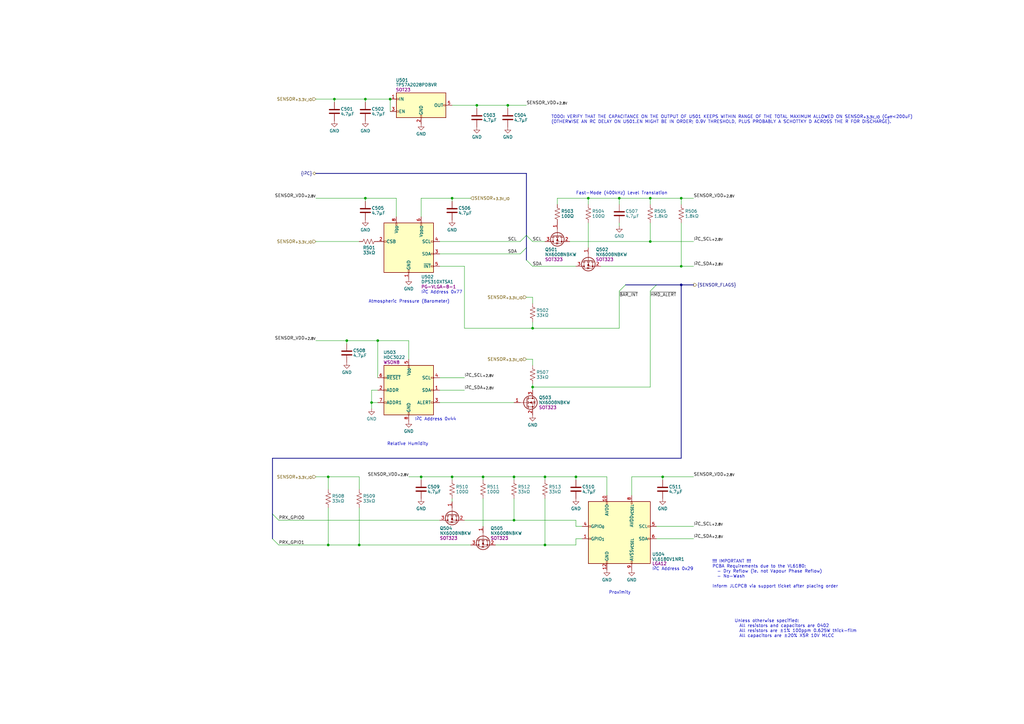
<source format=kicad_sch>
(kicad_sch (version 20230121) (generator eeschema)
  (paper "A3")
  (title_block (title "MSF Owl Clock - Environmental Sensors") (rev "0.1") (company "Pete Restall <pete@restall.net>"))
  (lib_symbols
    (symbol "NX6008NBKW_1" (pin_names (offset 0) hide)
      (property "Reference" "Q" (at 5.08 0.762 0))
      (property "Value" "NX6008NBKW" (at 5.08 -1.27 0))
      (property "Package" "SOT323" (at 5.08 -3.302 0))
      (symbol "NX6008NBKW_1_0_1"
        (polyline (pts (xy 0.254 0) (xy -2.54 0)))
        (polyline (pts (xy 0.254 1.905) (xy 0.254 -1.905)) (stroke (width 0.254)))
        (polyline (pts (xy 0.762 -1.27) (xy 0.762 -2.286)) (stroke (width 0.254)))
        (polyline (pts (xy 0.762 0.508) (xy 0.762 -0.508)) (stroke (width 0.254)))
        (polyline (pts (xy 0.762 2.286) (xy 0.762 1.27)) (stroke (width 0.254)))
        (polyline (pts (xy 2.54 2.54) (xy 2.54 1.778)))
        (polyline (pts (xy 2.54 -2.54) (xy 2.54 0) (xy 0.762 0)))
        (polyline (pts (xy 0.762 1.778) (xy 3.302 1.778) (xy 3.302 -1.778) (xy 0.762 -1.778)))
        (polyline (pts (xy 1.27 0) (xy 2.286 0.381) (xy 2.286 -0.381) (xy 1.27 0)) (fill (type outline)))
        (polyline (pts (xy 3.302 0.381) (xy 3.683 -0.254) (xy 2.921 -0.254) (xy 3.302 0.381)))
        (polyline (pts (xy 3.81 0.508) (xy 3.683 0.381) (xy 2.921 0.381) (xy 2.794 0.254)))
        (circle (center 1.651 0) (radius 2.794) (stroke (width 0.254)))
        (circle (center 2.54 -1.778) (radius 0.254) (fill (type outline)))
        (circle (center 2.54 1.778) (radius 0.254) (fill (type outline)))
      )
      (symbol "NX6008NBKW_1_1_1"
        (pin input line (at -5.08 0 0) (length 2.54) (name "G") (number "1"))
        (pin passive line (at 2.54 -5.08 90) (length 2.54) (name "S") (number "2"))
        (pin passive line (at 2.54 5.08 270) (length 2.54) (name "D") (number "3"))
      )
    )
    (symbol "restall-generic-capacitors:capacitor-unpolarised" (pin_numbers hide) (pin_names (offset 0.254))
      (property "Reference" "C" (at 3.302 2.54 0))
      (property "Value" "capacitor-unpolarised" (at 3.302 0.762 0))
      (symbol "capacitor-unpolarised_0_1"
        (polyline (pts (xy -2.032 -0.762) (xy 2.032 -0.762)) (stroke (width 0.508)))
        (polyline (pts (xy -2.032 0.762) (xy 2.032 0.762)) (stroke (width 0.508)))
      )
      (symbol "capacitor-unpolarised_1_1"
        (pin passive line (at 0 3.81 270) (length 2.794) (name "~") (number "1"))
        (pin passive line (at 0 -3.81 90) (length 2.794) (name "~") (number "2"))
      )
    )
    (symbol "restall-generic-power:GND" (power) (pin_names (offset 0))
      (property "Value" "GND" (at 0 -3.81 0))
      (symbol "GND_0_1"
        (polyline (pts (xy 0 0) (xy 0 -1.27) (xy 1.27 -1.27) (xy 0 -2.54) (xy -1.27 -1.27) (xy 0 -1.27)))
      )
      (symbol "GND_1_1"
        (pin power_in line (at 0 0 270) (length 0) hide (name "GND") (number "1"))
      )
    )
    (symbol "restall-generic-resistors:resistor" (pin_numbers hide) (pin_names (offset 0))
      (property "Reference" "R" (at 1.778 2.032 0))
      (property "Value" "resistor" (at 1.778 0.508 0))
      (symbol "resistor_0_1"
        (polyline (pts (xy 0 -2.286) (xy 0 -2.54)))
        (polyline (pts (xy 0 2.286) (xy 0 2.54)))
        (polyline (pts (xy 0 -0.762) (xy 1.016 -1.143) (xy 0 -1.524) (xy -1.016 -1.905) (xy 0 -2.286)))
        (polyline (pts (xy 0 0.762) (xy 1.016 0.381) (xy 0 0) (xy -1.016 -0.381) (xy 0 -0.762)))
        (polyline (pts (xy 0 2.286) (xy 1.016 1.905) (xy 0 1.524) (xy -1.016 1.143) (xy 0 0.762)))
      )
      (symbol "resistor_1_1"
        (pin passive line (at 0 3.81 270) (length 1.27) (name "~") (number "1"))
        (pin passive line (at 0 -3.81 90) (length 1.27) (name "~") (number "2"))
      )
    )
    (symbol "restall-manufacturer-infineon:DPS310XTSA1" (pin_names (offset 1.016))
      (property "Reference" "U" (at 4.826 -11.684 0))
      (property "Value" "DPS310XTSA1" (at 4.826 -13.716 0))
      (property "Package" "PG-VLGA-8-1" (at 4.826 -15.748 0))
      (symbol "DPS310XTSA1_0_0"
        (rectangle (start -9.144 2.794) (end -10.16 2.286))
        (rectangle (start -4.826 10.16) (end -5.334 9.144))
        (rectangle (start 0.254 -10.16) (end -0.254 -9.144))
        (rectangle (start 5.334 10.16) (end 4.826 9.144))
        (rectangle (start 10.16 -7.366) (end 9.144 -7.874))
        (rectangle (start 10.16 -2.286) (end 9.144 -2.794))
        (rectangle (start 10.16 2.794) (end 9.144 2.286))
      )
      (symbol "DPS310XTSA1_0_1"
        (rectangle (start -10.16 10.16) (end 10.16 -10.16) (stroke (width 0.254)) (fill (type background)))
      )
      (symbol "DPS310XTSA1_1_1"
        (pin power_in line (at 0 -12.7 90) (length 2.54) (name "GND") (number "1"))
        (pin input line (at -12.7 2.54 0) (length 2.54) (name "CSB") (number "2"))
        (pin input line (at 12.7 -2.54 180) (length 2.54) (name "SDI") (number "3") (alternate "SDA" open_collector line))
        (pin input line (at 12.7 2.54 180) (length 2.54) (name "SCK") (number "4") (alternate "SCL" open_collector line))
        (pin output line (at 12.7 -7.62 180) (length 2.54) (name "SDO") (number "5") (alternate "~{INT}" output line))
        (pin power_in line (at 5.08 12.7 270) (length 2.54) (name "V_{DDIO}") (number "6"))
        (pin passive line (at 0 -12.7 90) (length 2.54) hide (name "GND") (number "7"))
        (pin power_in line (at -5.08 12.7 270) (length 2.54) (name "V_{DD}") (number "8"))
      )
    )
    (symbol "restall-manufacturer-nexperia:NX6008NBKW" (pin_names (offset 0) hide)
      (property "Reference" "Q" (at 5.08 0.762 0))
      (property "Value" "NX6008NBKW" (at 5.08 -1.27 0))
      (property "Package" "SOT323" (at 5.08 -3.302 0))
      (symbol "NX6008NBKW_0_1"
        (polyline (pts (xy 0.254 0) (xy -2.54 0)))
        (polyline (pts (xy 0.254 1.905) (xy 0.254 -1.905)) (stroke (width 0.254)))
        (polyline (pts (xy 0.762 -1.27) (xy 0.762 -2.286)) (stroke (width 0.254)))
        (polyline (pts (xy 0.762 0.508) (xy 0.762 -0.508)) (stroke (width 0.254)))
        (polyline (pts (xy 0.762 2.286) (xy 0.762 1.27)) (stroke (width 0.254)))
        (polyline (pts (xy 2.54 2.54) (xy 2.54 1.778)))
        (polyline (pts (xy 2.54 -2.54) (xy 2.54 0) (xy 0.762 0)))
        (polyline (pts (xy 0.762 1.778) (xy 3.302 1.778) (xy 3.302 -1.778) (xy 0.762 -1.778)))
        (polyline (pts (xy 1.27 0) (xy 2.286 0.381) (xy 2.286 -0.381) (xy 1.27 0)) (fill (type outline)))
        (polyline (pts (xy 3.302 0.381) (xy 3.683 -0.254) (xy 2.921 -0.254) (xy 3.302 0.381)))
        (polyline (pts (xy 3.81 0.508) (xy 3.683 0.381) (xy 2.921 0.381) (xy 2.794 0.254)))
        (circle (center 1.651 0) (radius 2.794) (stroke (width 0.254)))
        (circle (center 2.54 -1.778) (radius 0.254) (fill (type outline)))
        (circle (center 2.54 1.778) (radius 0.254) (fill (type outline)))
      )
      (symbol "NX6008NBKW_1_1"
        (pin input line (at -5.08 0 0) (length 2.54) (name "G") (number "1"))
        (pin passive line (at 2.54 -5.08 90) (length 2.54) (name "S") (number "2"))
        (pin passive line (at 2.54 5.08 270) (length 2.54) (name "D") (number "3"))
      )
    )
    (symbol "restall-manufacturer-st:VL6180V1NR1" (pin_names (offset 1.016))
      (property "Reference" "U" (at 13.716 -8.128 0))
      (property "Value" "VL6180V1NR1" (at 13.716 -10.16 0))
      (property "Package" "LGA12" (at 13.716 -12.192 0))
      (symbol "VL6180V1NR1_0_0"
        (rectangle (start -11.684 -2.286) (end -12.7 -2.794))
        (rectangle (start -11.684 2.794) (end -12.7 2.286))
        (rectangle (start -4.826 -12.7) (end -5.334 -11.684))
        (rectangle (start -4.826 12.7) (end -5.334 11.684))
        (rectangle (start 5.334 -12.7) (end 4.826 -11.684))
        (rectangle (start 5.334 12.7) (end 4.826 11.684))
        (rectangle (start 12.7 -2.286) (end 11.684 -2.794))
        (rectangle (start 12.7 2.794) (end 11.684 2.286))
      )
      (symbol "VL6180V1NR1_0_1"
        (rectangle (start -12.7 12.7) (end 12.7 -12.7) (stroke (width 0.254)) (fill (type background)))
      )
      (symbol "VL6180V1NR1_1_1"
        (pin open_collector line (at -15.24 -2.54 0) (length 2.54) (name "GPIO_{1}") (number "1"))
        (pin power_in line (at -5.08 15.24 270) (length 2.54) (name "AVDD") (number "10"))
        (pin no_connect line (at -15.24 -10.16 0) (length 2.54) hide (name "NC") (number "11"))
        (pin power_in line (at -5.08 -15.24 90) (length 2.54) (name "GND") (number "12"))
        (pin no_connect line (at -15.24 -10.16 0) (length 2.54) hide (name "NC") (number "2"))
        (pin no_connect line (at -15.24 -10.16 0) (length 2.54) hide (name "NC") (number "3"))
        (pin open_collector line (at -15.24 2.54 0) (length 2.54) (name "GPIO_{0}") (number "4"))
        (pin open_collector line (at 15.24 2.54 180) (length 2.54) (name "SCL") (number "5"))
        (pin open_collector line (at 15.24 -2.54 180) (length 2.54) (name "SDA") (number "6"))
        (pin no_connect line (at -15.24 -10.16 0) (length 2.54) hide (name "NC") (number "7"))
        (pin power_in line (at 5.08 15.24 270) (length 2.54) (name "AVDD_{VCSEL}") (number "8"))
        (pin power_in line (at 5.08 -15.24 90) (length 2.54) (name "AVSS_{VCSEL}") (number "9"))
      )
    )
    (symbol "restall-manufacturer-ti:HDC302?" (pin_names (offset 1.016))
      (property "Reference" "U" (at -10.414 15.494 0))
      (property "Value" "HDC302?" (at -10.414 13.462 0))
      (property "Package" "WSON8" (at -10.414 11.43 0))
      (symbol "HDC302?_0_0"
        (rectangle (start -9.144 -4.826) (end -10.16 -5.334))
        (rectangle (start -9.144 0.254) (end -10.16 -0.254))
        (rectangle (start -9.144 5.334) (end -10.16 4.826))
        (rectangle (start 0.254 -10.16) (end -0.254 -9.144))
        (rectangle (start 0.254 10.16) (end -0.254 9.144))
        (rectangle (start 10.16 -4.826) (end 9.144 -5.334))
        (rectangle (start 10.16 0.254) (end 9.144 -0.254))
        (rectangle (start 10.16 5.334) (end 9.144 4.826))
      )
      (symbol "HDC302?_0_1"
        (rectangle (start -10.16 10.16) (end 10.16 -10.16) (stroke (width 0.254)) (fill (type background)))
      )
      (symbol "HDC302?_1_1"
        (pin open_collector line (at 12.7 0 180) (length 2.54) (name "SDA") (number "1"))
        (pin input line (at -12.7 0 0) (length 2.54) (name "ADDR") (number "2"))
        (pin output line (at 12.7 -5.08 180) (length 2.54) (name "ALERT") (number "3"))
        (pin open_collector line (at 12.7 5.08 180) (length 2.54) (name "SCL") (number "4"))
        (pin power_in line (at 0 12.7 270) (length 2.54) (name "V_{DD}") (number "5"))
        (pin input line (at -12.7 5.08 0) (length 2.54) (name "~{RESET}") (number "6"))
        (pin input line (at -12.7 -5.08 0) (length 2.54) (name "ADDR1") (number "7"))
        (pin power_in line (at 0 -12.7 90) (length 2.54) (name "GND") (number "8"))
        (pin passive line (at 0 -12.7 90) (length 2.54) hide (name "GND") (number "9"))
      )
    )
    (symbol "restall-manufacturer-ti:TPS7A20??PDBVR" (pin_names (offset 1.016))
      (property "Reference" "U" (at -10.16 10.414 0))
      (property "Value" "TPS7A20??PDBVR" (at -10.16 8.382 0))
      (property "Package" "SOT-23" (at -10.16 6.35 0))
      (symbol "TPS7A20??PDBVR_0_0"
        (rectangle (start -10.16 -2.794) (end -9.144 -2.286))
        (rectangle (start -9.144 2.794) (end -10.16 2.286))
        (rectangle (start 0.254 -5.08) (end -0.254 -4.064))
        (rectangle (start 10.16 0.254) (end 9.144 -0.254))
      )
      (symbol "TPS7A20??PDBVR_0_1"
        (rectangle (start -10.16 5.08) (end 10.16 -5.08) (stroke (width 0.254)) (fill (type background)))
      )
      (symbol "TPS7A20??PDBVR_1_1"
        (pin power_in line (at -12.7 2.54 0) (length 2.54) (name "IN") (number "1"))
        (pin power_in line (at 0 -7.62 90) (length 2.54) (name "GND") (number "2"))
        (pin input line (at -12.7 -2.54 0) (length 2.54) (name "EN") (number "3"))
        (pin no_connect line (at -5.334 -7.62 90) (length 2.54) hide (name "NC") (number "4"))
        (pin power_out line (at 12.7 0 180) (length 2.54) (name "OUT") (number "5"))
      )
    )
  )
  (junction (at 154.94 139.7))
  (junction (at 266.7 99.06))
  (junction (at 142.24 139.7))
  (junction (at 134.62 195.58))
  (junction (at 149.86 81.28))
  (junction (at 210.82 213.36))
  (junction (at 218.44 158.75))
  (junction (at 172.72 195.58))
  (junction (at 208.28 43.18))
  (junction (at 134.62 223.52))
  (junction (at 223.52 195.58))
  (junction (at 195.58 43.18))
  (junction (at 210.82 195.58))
  (junction (at 137.16 40.64))
  (junction (at 241.3 81.28))
  (junction (at 152.4 165.1))
  (junction (at 223.52 223.52))
  (junction (at 236.22 195.58))
  (junction (at 198.12 195.58))
  (junction (at 147.32 223.52))
  (junction (at 149.86 40.64))
  (junction (at 266.7 81.28))
  (junction (at 160.02 40.64))
  (junction (at 279.4 81.28))
  (junction (at 185.42 81.28))
  (junction (at 279.4 109.22))
  (junction (at 218.44 134.62))
  (junction (at 271.78 195.58))
  (junction (at 254 81.28))
  (junction (at 185.42 195.58))
  (junction (at 279.4 116.84))
  (bus_entry (at 215.9 96.52) (size -2.54 2.54))
  (bus_entry (at 215.9 96.52) (size 2.54 2.54))
  (bus_entry (at 256.54 116.84) (size -2.54 2.54))
  (bus_entry (at 215.9 106.68) (size 2.54 2.54))
  (bus_entry (at 215.9 101.6) (size -2.54 2.54))
  (bus_entry (at 111.76 210.82) (size 2.54 2.54))
  (bus_entry (at 269.24 116.84) (size -2.54 2.54))
  (bus_entry (at 111.76 220.98) (size 2.54 2.54))
  (wire (pts (xy 147.32 195.58) (xy 134.62 195.58)))
  (wire (pts (xy 279.4 91.44) (xy 279.4 109.22)))
  (wire (pts (xy 228.6 81.28) (xy 241.3 81.28)))
  (wire (pts (xy 114.3 213.36) (xy 180.34 213.36)))
  (wire (pts (xy 180.34 109.22) (xy 190.5 109.22)))
  (wire (pts (xy 137.16 40.64) (xy 149.86 40.64)))
  (wire (pts (xy 269.24 215.9) (xy 284.48 215.9)))
  (wire (pts (xy 185.42 205.74) (xy 185.42 204.47)))
  (wire (pts (xy 198.12 204.47) (xy 198.12 215.9)))
  (wire (pts (xy 266.7 91.44) (xy 266.7 99.06)))
  (wire (pts (xy 167.64 139.7) (xy 167.64 147.32)))
  (wire (pts (xy 152.4 167.64) (xy 152.4 165.1)))
  (wire (pts (xy 279.4 81.28) (xy 284.48 81.28)))
  (wire (pts (xy 266.7 119.38) (xy 266.7 158.75)))
  (wire (pts (xy 162.56 88.9) (xy 162.56 81.28)))
  (wire (pts (xy 218.44 109.22) (xy 236.22 109.22)))
  (wire (pts (xy 210.82 213.36) (xy 236.22 213.36)))
  (bus (pts (xy 269.24 116.84) (xy 279.4 116.84)))
  (wire (pts (xy 223.52 223.52) (xy 236.22 223.52)))
  (wire (pts (xy 271.78 195.58) (xy 259.08 195.58)))
  (bus (pts (xy 111.76 187.96) (xy 111.76 210.82)))
  (wire (pts (xy 254 119.38) (xy 254 134.62)))
  (bus (pts (xy 111.76 210.82) (xy 111.76 220.98)))
  (wire (pts (xy 180.34 104.14) (xy 213.36 104.14)))
  (wire (pts (xy 134.62 223.52) (xy 147.32 223.52)))
  (wire (pts (xy 142.24 139.7) (xy 142.24 140.97)))
  (bus (pts (xy 269.24 116.84) (xy 256.54 116.84)))
  (wire (pts (xy 236.22 195.58) (xy 236.22 196.85)))
  (wire (pts (xy 129.54 40.64) (xy 137.16 40.64)))
  (wire (pts (xy 152.4 165.1) (xy 152.4 160.02)))
  (wire (pts (xy 238.76 220.98) (xy 236.22 220.98)))
  (wire (pts (xy 129.54 195.58) (xy 134.62 195.58)))
  (wire (pts (xy 149.86 81.28) (xy 149.86 82.55)))
  (wire (pts (xy 218.44 157.48) (xy 218.44 158.75)))
  (wire (pts (xy 185.42 195.58) (xy 198.12 195.58)))
  (wire (pts (xy 185.42 81.28) (xy 185.42 82.55)))
  (bus (pts (xy 279.4 116.84) (xy 279.4 187.96)))
  (wire (pts (xy 160.02 40.64) (xy 160.02 45.72)))
  (wire (pts (xy 114.3 223.52) (xy 134.62 223.52)))
  (wire (pts (xy 284.48 195.58) (xy 271.78 195.58)))
  (wire (pts (xy 149.86 40.64) (xy 149.86 41.91)))
  (wire (pts (xy 236.22 220.98) (xy 236.22 223.52)))
  (wire (pts (xy 203.2 223.52) (xy 223.52 223.52)))
  (wire (pts (xy 241.3 91.44) (xy 241.3 101.6)))
  (wire (pts (xy 180.34 154.94) (xy 190.5 154.94)))
  (wire (pts (xy 208.28 43.18) (xy 215.9 43.18)))
  (wire (pts (xy 190.5 134.62) (xy 190.5 109.22)))
  (wire (pts (xy 218.44 134.62) (xy 254 134.62)))
  (wire (pts (xy 238.76 215.9) (xy 236.22 215.9)))
  (wire (pts (xy 152.4 160.02) (xy 154.94 160.02)))
  (wire (pts (xy 218.44 158.75) (xy 218.44 160.02)))
  (wire (pts (xy 271.78 195.58) (xy 271.78 196.85)))
  (wire (pts (xy 180.34 165.1) (xy 210.82 165.1)))
  (bus (pts (xy 279.4 187.96) (xy 111.76 187.96)))
  (wire (pts (xy 172.72 195.58) (xy 172.72 196.85)))
  (wire (pts (xy 134.62 208.28) (xy 134.62 223.52)))
  (wire (pts (xy 154.94 139.7) (xy 167.64 139.7)))
  (wire (pts (xy 279.4 109.22) (xy 284.48 109.22)))
  (wire (pts (xy 149.86 40.64) (xy 160.02 40.64)))
  (wire (pts (xy 254 81.28) (xy 254 83.82)))
  (bus (pts (xy 215.9 96.52) (xy 215.9 101.6)))
  (wire (pts (xy 269.24 220.98) (xy 284.48 220.98)))
  (wire (pts (xy 180.34 160.02) (xy 190.5 160.02)))
  (wire (pts (xy 223.52 195.58) (xy 223.52 196.85)))
  (wire (pts (xy 266.7 81.28) (xy 266.7 83.82)))
  (wire (pts (xy 218.44 99.06) (xy 223.52 99.06)))
  (wire (pts (xy 195.58 43.18) (xy 208.28 43.18)))
  (wire (pts (xy 195.58 43.18) (xy 195.58 44.45)))
  (wire (pts (xy 147.32 223.52) (xy 193.04 223.52)))
  (wire (pts (xy 215.9 121.92) (xy 218.44 121.92)))
  (wire (pts (xy 129.54 99.06) (xy 147.32 99.06)))
  (wire (pts (xy 149.86 81.28) (xy 162.56 81.28)))
  (wire (pts (xy 198.12 195.58) (xy 198.12 196.85)))
  (wire (pts (xy 167.64 195.58) (xy 172.72 195.58)))
  (wire (pts (xy 208.28 43.18) (xy 208.28 44.45)))
  (wire (pts (xy 223.52 204.47) (xy 223.52 223.52)))
  (wire (pts (xy 218.44 158.75) (xy 266.7 158.75)))
  (wire (pts (xy 137.16 40.64) (xy 137.16 41.91)))
  (wire (pts (xy 142.24 139.7) (xy 154.94 139.7)))
  (wire (pts (xy 266.7 81.28) (xy 279.4 81.28)))
  (wire (pts (xy 210.82 195.58) (xy 210.82 196.85)))
  (wire (pts (xy 218.44 134.62) (xy 218.44 132.08)))
  (wire (pts (xy 254 92.71) (xy 254 91.44)))
  (wire (pts (xy 218.44 124.46) (xy 218.44 121.92)))
  (wire (pts (xy 185.42 43.18) (xy 195.58 43.18)))
  (wire (pts (xy 236.22 195.58) (xy 248.92 195.58)))
  (wire (pts (xy 215.9 147.32) (xy 218.44 147.32)))
  (wire (pts (xy 259.08 195.58) (xy 259.08 203.2)))
  (wire (pts (xy 210.82 195.58) (xy 223.52 195.58)))
  (wire (pts (xy 218.44 149.86) (xy 218.44 147.32)))
  (bus (pts (xy 129.54 71.12) (xy 215.9 71.12)))
  (wire (pts (xy 185.42 196.85) (xy 185.42 195.58)))
  (wire (pts (xy 134.62 195.58) (xy 134.62 200.66)))
  (bus (pts (xy 215.9 71.12) (xy 215.9 96.52)))
  (wire (pts (xy 147.32 208.28) (xy 147.32 223.52)))
  (wire (pts (xy 185.42 81.28) (xy 172.72 81.28)))
  (wire (pts (xy 241.3 81.28) (xy 254 81.28)))
  (wire (pts (xy 246.38 109.22) (xy 279.4 109.22)))
  (wire (pts (xy 152.4 165.1) (xy 154.94 165.1)))
  (wire (pts (xy 154.94 139.7) (xy 154.94 154.94)))
  (wire (pts (xy 193.04 81.28) (xy 185.42 81.28)))
  (wire (pts (xy 129.54 81.28) (xy 149.86 81.28)))
  (wire (pts (xy 210.82 204.47) (xy 210.82 213.36)))
  (wire (pts (xy 172.72 81.28) (xy 172.72 88.9)))
  (wire (pts (xy 172.72 195.58) (xy 185.42 195.58)))
  (wire (pts (xy 228.6 81.28) (xy 228.6 83.82)))
  (wire (pts (xy 266.7 99.06) (xy 284.48 99.06)))
  (wire (pts (xy 147.32 200.66) (xy 147.32 195.58)))
  (wire (pts (xy 190.5 134.62) (xy 218.44 134.62)))
  (wire (pts (xy 236.22 215.9) (xy 236.22 213.36)))
  (wire (pts (xy 233.68 99.06) (xy 266.7 99.06)))
  (wire (pts (xy 279.4 81.28) (xy 279.4 83.82)))
  (wire (pts (xy 241.3 81.28) (xy 241.3 83.82)))
  (wire (pts (xy 198.12 195.58) (xy 210.82 195.58)))
  (bus (pts (xy 215.9 101.6) (xy 215.9 106.68)))
  (wire (pts (xy 190.5 213.36) (xy 210.82 213.36)))
  (wire (pts (xy 180.34 99.06) (xy 213.36 99.06)))
  (wire (pts (xy 129.54 139.7) (xy 142.24 139.7)))
  (bus (pts (xy 284.48 116.84) (xy 279.4 116.84)))
  (wire (pts (xy 248.92 203.2) (xy 248.92 195.58)))
  (wire (pts (xy 254 81.28) (xy 266.7 81.28)))
  (wire (pts (xy 223.52 195.58) (xy 236.22 195.58)))
  (text "Fast-Mode (400kHz) Level Translation" (at 236.22 80.01 0) (effects (font (size 1.27 1.27)) (justify left bottom)))
  (text "Unless otherwise specified:\n  All resistors and capacitors are 0402\n  All resistors are ±1% 100ppm 0.625W thick-film\n  All capacitors are ±20% X5R 10V MLCC " (at 301.244 261.62 0) (effects (font (size 1.27 1.27)) (justify left bottom)))
  (text "I^{2}C Address 0x77" (at 172.72 120.65 0) (effects (font (size 1.27 1.27)) (justify left bottom)))
  (text "I^{2}C Address 0x44" (at 170.18 172.72 0) (effects (font (size 1.27 1.27)) (justify left bottom)))
  (text "!!! IMPORTANT !!!\nPCBA Requirements due to the VL6180:\n  - Dry Reflow (ie. not Vapour Phase Reflow)\n  - No-Wash\n\nInform JLCPCB via support ticket after placing order" (at 292.1 241.3 0) (effects (font (size 1.27 1.27)) (justify left bottom)))
  (text "Proximity" (at 249.682 243.84 0) (effects (font (size 1.27 1.27)) (justify left bottom)))
  (text "I^{2}C Address 0x29" (at 267.462 234.1656 0) (effects (font (size 1.27 1.27)) (justify left bottom)))
  (text "Relative Humidity" (at 158.75 182.88 0) (effects (font (size 1.27 1.27)) (justify left bottom)))
  (text "TODO: VERIFY THAT THE CAPACITANCE ON THE OUTPUT OF U501 KEEPS WITHIN RANGE OF THE TOTAL MAXIMUM ALLOWED ON SENSOR_{+3.3V_IO} (C_{eff}<200uF)\n(OTHERWISE AN RC DELAY ON U501.EN MIGHT BE IN ORDER; 0.9V THRESHOLD, PLUS PROBABLY A SCHOTTKY D ACROSS THE R FOR DISCHARGE)." (at 226.06 50.8 0) (effects (font (size 1.27 1.27)) (justify left bottom)))
  (text "Atmospheric Pressure (Barometer)" (at 151.13 124.46 0) (effects (font (size 1.27 1.27)) (justify left bottom)))
  (label "SDA" (at 218.44 109.22 0))
  (label "PRX_GPIO0" (at 114.3 213.36 0))
  (label "~{BAR_INT}" (at 254 121.92 0))
  (label "SENSOR_VDD_{+2.8V}" (at 129.54 139.7 180))
  (label "I^{2}C_SCL_{+2.8V}" (at 284.48 215.9 0))
  (label "SENSOR_VDD_{+2.8V}" (at 167.64 195.58 180))
  (label "SDA" (at 208.28 104.14 0))
  (label "I^{2}C_SCL_{+2.8V}" (at 190.5 154.94 0))
  (label "~{HMD_ALERT}" (at 266.7 121.92 0))
  (label "I^{2}C_SDA_{+2.8V}" (at 284.48 109.22 0))
  (label "SCL" (at 218.44 99.06 0))
  (label "I^{2}C_SDA_{+2.8V}" (at 190.5 160.02 0))
  (label "SENSOR_VDD_{+2.8V}" (at 129.54 81.28 180))
  (label "SENSOR_VDD_{+2.8V}" (at 284.48 81.28 0))
  (label "SCL" (at 208.28 99.06 0))
  (label "I^{2}C_SCL_{+2.8V}" (at 284.48 99.06 0))
  (label "SENSOR_VDD_{+2.8V}" (at 215.9 43.18 0))
  (label "SENSOR_VDD_{+2.8V}" (at 284.48 195.58 0))
  (label "PRX_GPIO1" (at 114.3 223.52 0))
  (label "I^{2}C_SDA_{+2.8V}" (at 284.48 220.98 0))
  (hierarchical_label "SENSOR_{+3.3V_IO}" (shape input) (at 193.04 81.28 0))
  (hierarchical_label "SENSOR_{+3.3V_IO}" (shape input) (at 129.54 99.06 180))
  (hierarchical_label "SENSOR_{+3.3V_IO}" (shape input) (at 129.54 40.64 180))
  (hierarchical_label "{SENSOR_FLAGS}" (shape output) (at 284.48 116.84 0))
  (hierarchical_label "{I^{2}C}" (shape bidirectional) (at 129.54 71.12 180))
  (hierarchical_label "SENSOR_{+3.3V_IO}" (shape input) (at 215.9 121.92 180))
  (hierarchical_label "SENSOR_{+3.3V_IO}" (shape input) (at 129.54 195.58 180))
  (hierarchical_label "SENSOR_{+3.3V_IO}" (shape input) (at 215.9 147.32 180))
  (symbol (lib_id "restall-generic-capacitors:capacitor-unpolarised") (at 185.42 86.36 0) (unit 1)
    (property "Reference" "C506" (at 187.96 85.344 0) (effects (justify left)))
    (property "Value" "4.7μF" (at 187.96 87.376 0) (effects (justify left)))
    (property "Footprint" "restall-generic-capacitors:unpolarised-nominal-0402-1005" (effects hide))
    (property "Label" "4.7μF±20% 10V X5R" (effects hide))
    (property "Tolerance" "±20%" (effects hide))
    (property "VoltageRating" "10V" (effects hide))
    (property "TemperatureCoefficient" "X5R" (effects hide))
    (property "Dielectric" "MLCC" (effects hide))
    (property "Package" "0402" (effects hide))
    (property "Manufacturer" "Samsung" (effects hide))
  )
  (symbol (lib_id "restall-generic-resistors:resistor") (at 228.6 87.63 0) (unit 1)
    (property "Reference" "R503" (at 230.124 86.614 0) (effects (justify left)))
    (property "Value" "100Ω" (at 230.124 88.646 0) (effects (justify left)))
    (property "Footprint" "restall-generic-resistors:nominal-0402-1005" (effects hide))
    (property "Label" "100Ω±1% 0.0625W" (effects hide))
    (property "Tolerance" "±1%" (effects hide))
    (property "PowerRating" "0.0625W" (effects hide))
    (property "TemperatureCoefficient" "±100ppm" (effects hide))
    (property "Construction" "Thick Film" (effects hide))
    (property "Package" "0402" (effects hide))
  )
  (symbol (lib_id "restall-generic-power:GND") (at 254 92.71 0) (unit 1)
    (property "Reference" "#PWR0191" (effects hide))
    (property "Value" "GND" (at 254 96.8431 0))
  )
  (symbol (lib_id "restall-generic-power:GND") (at 142.24 148.59 0) (unit 1)
    (property "Reference" "#PWR0184" (effects hide))
    (property "Value" "GND" (at 142.24 152.7231 0))
  )
  (symbol (lib_id "restall-manufacturer-ti:TPS7A20??PDBVR") (at 172.72 43.18 0) (unit 1)
    (property "Reference" "U501" (at 162.306 32.8594 0) (effects (justify left)))
    (property "Value" "TPS7A2028PDBVR" (at 162.306 34.7756 0) (effects (justify left)))
    (property "Footprint" "restall-manufacturer-ti:TPS7A20??PDBVR" (effects hide))
    (property "Datasheet" "https://www.ti.com/lit/ds/symlink/tps7a20.pdf" (effects hide))
    (property "Package" "SOT23" (at 162.306 36.83 0) (effects (justify left)))
    (property "Manufacturer" "Texas Instruments" (effects hide))
    (property "ManufacturerPartNumber" "TPS7A2028PDBVR" (effects hide))
  )
  (symbol (lib_name "NX6008NBKW_1") (lib_id "restall-manufacturer-nexperia:NX6008NBKW") (at 215.9 165.1 0) (unit 1)
    (property "Reference" "Q503" (at 220.98 163.068 0) (effects (justify left)))
    (property "Value" "NX6008NBKW" (at 220.98 165.1 0) (effects (justify left)))
    (property "Footprint" "restall-generic-sot:SOT323" (effects hide))
    (property "Datasheet" "https://assets.nexperia.com/documents/data-sheet/NX6008NBKW.pdf" (effects hide))
    (property "Package" "SOT323" (at 220.98 167.132 0) (effects (justify left)))
    (property "Manufacturer" "Nexperia" (effects hide))
    (property "ManufacturerPartNumber" "NX6008NBKW" (effects hide))
  )
  (symbol (lib_id "restall-generic-capacitors:capacitor-unpolarised") (at 142.24 144.78 0) (unit 1)
    (property "Reference" "C508" (at 144.78 143.764 0) (effects (justify left)))
    (property "Value" "4.7μF" (at 144.78 145.796 0) (effects (justify left)))
    (property "Footprint" "restall-generic-capacitors:unpolarised-nominal-0402-1005" (effects hide))
    (property "Label" "4.7μF±20% 10V X5R" (effects hide))
    (property "Tolerance" "±20%" (effects hide))
    (property "VoltageRating" "10V" (effects hide))
    (property "TemperatureCoefficient" "X5R" (effects hide))
    (property "Dielectric" "MLCC" (effects hide))
    (property "Package" "0402" (effects hide))
    (property "Manufacturer" "Samsung" (effects hide))
  )
  (symbol (lib_id "restall-generic-power:GND") (at 185.42 90.17 0) (unit 1)
    (property "Reference" "#PWR0181" (effects hide))
    (property "Value" "GND" (at 185.42 94.3031 0))
  )
  (symbol (lib_id "restall-generic-power:GND") (at 195.58 52.07 0) (unit 1)
    (property "Reference" "#PWR0178" (effects hide))
    (property "Value" "GND" (at 195.58 56.2031 0))
  )
  (symbol (lib_id "restall-generic-capacitors:capacitor-unpolarised") (at 254 87.63 0) (unit 1)
    (property "Reference" "C507" (at 256.54 86.614 0) (effects (justify left)))
    (property "Value" "4.7μF" (at 256.54 88.646 0) (effects (justify left)))
    (property "Footprint" "restall-generic-capacitors:unpolarised-nominal-0402-1005" (effects hide))
    (property "Label" "4.7μF±20% 10V X5R" (effects hide))
    (property "Tolerance" "±20%" (effects hide))
    (property "VoltageRating" "10V" (effects hide))
    (property "TemperatureCoefficient" "X5R" (effects hide))
    (property "Dielectric" "MLCC" (effects hide))
    (property "Package" "0402" (effects hide))
    (property "Manufacturer" "Samsung" (effects hide))
  )
  (symbol (lib_id "restall-generic-resistors:resistor") (at 241.3 87.63 0) (unit 1)
    (property "Reference" "R504" (at 242.824 86.614 0) (effects (justify left)))
    (property "Value" "100Ω" (at 242.824 88.646 0) (effects (justify left)))
    (property "Footprint" "restall-generic-resistors:nominal-0402-1005" (effects hide))
    (property "Label" "100Ω±1% 0.0625W" (effects hide))
    (property "Tolerance" "±1%" (effects hide))
    (property "PowerRating" "0.0625W" (effects hide))
    (property "TemperatureCoefficient" "±100ppm" (effects hide))
    (property "Construction" "Thick Film" (effects hide))
    (property "Package" "0402" (effects hide))
  )
  (symbol (lib_id "restall-generic-capacitors:capacitor-unpolarised") (at 137.16 45.72 0) (unit 1)
    (property "Reference" "C501" (at 139.7 44.704 0) (effects (justify left)))
    (property "Value" "4.7μF" (at 139.7 46.736 0) (effects (justify left)))
    (property "Footprint" "restall-generic-capacitors:unpolarised-nominal-0402-1005" (effects hide))
    (property "Label" "4.7μF±20% 10V X5R" (effects hide))
    (property "Tolerance" "±20%" (effects hide))
    (property "VoltageRating" "10V" (effects hide))
    (property "TemperatureCoefficient" "X5R" (effects hide))
    (property "Dielectric" "MLCC" (effects hide))
    (property "Package" "0402" (effects hide))
    (property "Manufacturer" "Samsung" (effects hide))
  )
  (symbol (lib_id "restall-generic-capacitors:capacitor-unpolarised") (at 271.78 200.66 0) (unit 1)
    (property "Reference" "C511" (at 274.32 199.644 0) (effects (justify left)))
    (property "Value" "4.7μF" (at 274.32 201.676 0) (effects (justify left)))
    (property "Footprint" "restall-generic-capacitors:unpolarised-nominal-0402-1005" (effects hide))
    (property "Label" "4.7μF±20% 10V X5R" (effects hide))
    (property "Tolerance" "±20%" (effects hide))
    (property "VoltageRating" "10V" (effects hide))
    (property "TemperatureCoefficient" "X5R" (effects hide))
    (property "Dielectric" "MLCC" (effects hide))
    (property "Package" "0402" (effects hide))
    (property "Manufacturer" "Samsung" (effects hide))
  )
  (symbol (lib_id "restall-generic-resistors:resistor") (at 266.7 87.63 0) (unit 1)
    (property "Reference" "R505" (at 268.224 86.614 0) (effects (justify left)))
    (property "Value" "1.8kΩ" (at 268.224 88.646 0) (effects (justify left)))
    (property "Footprint" "restall-generic-resistors:nominal-0402-1005" (effects hide))
    (property "Label" "1.8kΩ±1% 0.0625W" (effects hide))
    (property "Tolerance" "±1%" (effects hide))
    (property "PowerRating" "0.0625W" (effects hide))
    (property "TemperatureCoefficient" "±100ppm" (effects hide))
    (property "Construction" "Thick Film" (effects hide))
    (property "Package" "0402" (effects hide))
  )
  (symbol (lib_id "restall-generic-power:GND") (at 149.86 90.17 0) (unit 1)
    (property "Reference" "#PWR0180" (effects hide))
    (property "Value" "GND" (at 149.86 94.3031 0))
  )
  (symbol (lib_id "restall-generic-power:GND") (at 271.78 204.47 0) (unit 1)
    (property "Reference" "#PWR0189" (effects hide))
    (property "Value" "GND" (at 271.78 208.6031 0))
  )
  (symbol (lib_id "restall-manufacturer-st:VL6180V1NR1") (at 254 218.44 0) (unit 1)
    (property "Reference" "U504" (at 267.462 227.3076 0) (effects (justify left)))
    (property "Value" "VL6180V1NR1" (at 267.462 229.3396 0) (effects (justify left)))
    (property "Footprint" "restall-manufacturer-st:OPTICAL-LGA12-2.8x4.8mm-0.75mm" (effects hide))
    (property "Datasheet" "https://www.st.com/resource/en/datasheet/vl6180.pdf" (effects hide))
    (property "Package" "LGA12" (at 267.462 231.14 0) (effects (justify left)))
    (property "Manufacturer" "ST Microelectronics" (effects hide))
    (property "ManufacturerPartNumber" "VL6180V1NR1-1" (effects hide))
  )
  (symbol (lib_id "restall-generic-capacitors:capacitor-unpolarised") (at 195.58 48.26 0) (unit 1)
    (property "Reference" "C503" (at 198.12 47.244 0) (effects (justify left)))
    (property "Value" "4.7μF" (at 198.12 49.276 0) (effects (justify left)))
    (property "Footprint" "restall-generic-capacitors:unpolarised-nominal-0402-1005" (effects hide))
    (property "Label" "4.7μF±20% 10V X5R" (effects hide))
    (property "Tolerance" "±20%" (effects hide))
    (property "VoltageRating" "10V" (effects hide))
    (property "TemperatureCoefficient" "X5R" (effects hide))
    (property "Dielectric" "MLCC" (effects hide))
    (property "Package" "0402" (effects hide))
    (property "Manufacturer" "Samsung" (effects hide))
  )
  (symbol (lib_id "restall-generic-power:GND") (at 236.22 204.47 0) (unit 1)
    (property "Reference" "#PWR0188" (effects hide))
    (property "Value" "GND" (at 236.22 208.6031 0))
  )
  (symbol (lib_id "restall-generic-resistors:resistor") (at 218.44 153.67 0) (unit 1)
    (property "Reference" "R507" (at 219.964 152.654 0) (effects (justify left)))
    (property "Value" "33kΩ" (at 219.964 154.686 0) (effects (justify left)))
    (property "Footprint" "restall-generic-resistors:nominal-0402-1005" (effects hide))
    (property "Label" "33kΩ±1% 0.0625W" (effects hide))
    (property "Tolerance" "±1%" (effects hide))
    (property "PowerRating" "0.0625W" (effects hide))
    (property "TemperatureCoefficient" "±100ppm" (effects hide))
    (property "Construction" "Thick Film" (effects hide))
    (property "Package" "0402" (effects hide))
  )
  (symbol (lib_id "restall-generic-capacitors:capacitor-unpolarised") (at 149.86 86.36 0) (unit 1)
    (property "Reference" "C505" (at 152.4 85.344 0) (effects (justify left)))
    (property "Value" "4.7μF" (at 152.4 87.376 0) (effects (justify left)))
    (property "Footprint" "restall-generic-capacitors:unpolarised-nominal-0402-1005" (effects hide))
    (property "Label" "4.7μF±20% 10V X5R" (effects hide))
    (property "Tolerance" "±20%" (effects hide))
    (property "VoltageRating" "10V" (effects hide))
    (property "TemperatureCoefficient" "X5R" (effects hide))
    (property "Dielectric" "MLCC" (effects hide))
    (property "Package" "0402" (effects hide))
    (property "Manufacturer" "Samsung" (effects hide))
  )
  (symbol (lib_id "restall-generic-resistors:resistor") (at 279.4 87.63 0) (unit 1)
    (property "Reference" "R506" (at 280.924 86.614 0) (effects (justify left)))
    (property "Value" "1.8kΩ" (at 280.924 88.646 0) (effects (justify left)))
    (property "Footprint" "restall-generic-resistors:nominal-0402-1005" (effects hide))
    (property "Label" "1.8kΩ±1% 0.0625W" (effects hide))
    (property "Tolerance" "±1%" (effects hide))
    (property "PowerRating" "0.0625W" (effects hide))
    (property "TemperatureCoefficient" "±100ppm" (effects hide))
    (property "Construction" "Thick Film" (effects hide))
    (property "Package" "0402" (effects hide))
  )
  (symbol (lib_id "restall-generic-power:GND") (at 218.44 170.18 0) (unit 1)
    (property "Reference" "#PWR0185" (effects hide))
    (property "Value" "GND" (at 218.44 174.3131 0))
  )
  (symbol (lib_id "restall-generic-power:GND") (at 137.16 49.53 0) (unit 1)
    (property "Reference" "#PWR0175" (effects hide))
    (property "Value" "GND" (at 137.16 53.6631 0))
  )
  (symbol (lib_id "restall-generic-power:GND") (at 167.64 114.3 0) (unit 1)
    (property "Reference" "#PWR0179" (effects hide))
    (property "Value" "GND" (at 167.64 118.4331 0))
  )
  (symbol (lib_id "restall-generic-power:GND") (at 172.72 204.47 0) (unit 1)
    (property "Reference" "#PWR0190" (effects hide))
    (property "Value" "GND" (at 172.72 208.6031 0))
  )
  (symbol (lib_id "restall-manufacturer-nexperia:NX6008NBKW") (at 185.42 210.82 90) (mirror x) (unit 1)
    (property "Reference" "Q504" (at 180.34 216.662 90) (effects (justify right)))
    (property "Value" "NX6008NBKW" (at 180.34 218.694 90) (effects (justify right)))
    (property "Footprint" "restall-generic-sot:SOT323" (effects hide))
    (property "Datasheet" "https://assets.nexperia.com/documents/data-sheet/NX6008NBKW.pdf" (effects hide))
    (property "Package" "SOT323" (at 180.34 220.726 90) (effects (justify right)))
    (property "Manufacturer" "Nexperia" (effects hide))
    (property "ManufacturerPartNumber" "NX6008NBKW" (effects hide))
  )
  (symbol (lib_id "restall-generic-power:GND") (at 208.28 52.07 0) (unit 1)
    (property "Reference" "#PWR0192" (effects hide))
    (property "Value" "GND" (at 208.28 56.2031 0))
  )
  (symbol (lib_id "restall-generic-resistors:resistor") (at 223.52 200.66 0) (unit 1)
    (property "Reference" "R513" (at 225.044 199.644 0) (effects (justify left)))
    (property "Value" "33kΩ" (at 225.044 201.676 0) (effects (justify left)))
    (property "Footprint" "restall-generic-resistors:nominal-0402-1005" (effects hide))
    (property "Label" "33kΩ±1% 0.0625W" (effects hide))
    (property "Tolerance" "±1%" (effects hide))
    (property "PowerRating" "0.0625W" (effects hide))
    (property "TemperatureCoefficient" "±100ppm" (effects hide))
    (property "Construction" "Thick Film" (effects hide))
    (property "Package" "0402" (effects hide))
  )
  (symbol (lib_id "restall-generic-power:GND") (at 167.64 172.72 0) (unit 1)
    (property "Reference" "#PWR0182" (effects hide))
    (property "Value" "GND" (at 167.64 176.8531 0))
  )
  (symbol (lib_id "restall-generic-capacitors:capacitor-unpolarised") (at 208.28 48.26 0) (unit 1)
    (property "Reference" "C504" (at 210.82 47.244 0) (effects (justify left)))
    (property "Value" "4.7μF" (at 210.82 49.276 0) (effects (justify left)))
    (property "Footprint" "restall-generic-capacitors:unpolarised-nominal-0402-1005" (effects hide))
    (property "Label" "4.7μF±20% 10V X5R" (effects hide))
    (property "Tolerance" "±20%" (effects hide))
    (property "VoltageRating" "10V" (effects hide))
    (property "TemperatureCoefficient" "X5R" (effects hide))
    (property "Dielectric" "MLCC" (effects hide))
    (property "Package" "0402" (effects hide))
    (property "Manufacturer" "Samsung" (effects hide))
  )
  (symbol (lib_id "restall-generic-power:GND") (at 248.92 233.68 0) (unit 1)
    (property "Reference" "#PWR0186" (effects hide))
    (property "Value" "GND" (at 248.92 237.8131 0))
  )
  (symbol (lib_id "restall-generic-resistors:resistor") (at 134.62 204.47 0) (unit 1)
    (property "Reference" "R508" (at 136.144 203.454 0) (effects (justify left)))
    (property "Value" "33kΩ" (at 136.144 205.486 0) (effects (justify left)))
    (property "Footprint" "restall-generic-resistors:nominal-0402-1005" (effects hide))
    (property "Label" "33kΩ±1% 0.0625W" (effects hide))
    (property "Tolerance" "±1%" (effects hide))
    (property "PowerRating" "0.0625W" (effects hide))
    (property "TemperatureCoefficient" "±100ppm" (effects hide))
    (property "Construction" "Thick Film" (effects hide))
    (property "Package" "0402" (effects hide))
  )
  (symbol (lib_id "restall-generic-resistors:resistor") (at 210.82 200.66 0) (unit 1)
    (property "Reference" "R512" (at 212.344 199.644 0) (effects (justify left)))
    (property "Value" "33kΩ" (at 212.344 201.676 0) (effects (justify left)))
    (property "Footprint" "restall-generic-resistors:nominal-0402-1005" (effects hide))
    (property "Label" "33kΩ±1% 0.0625W" (effects hide))
    (property "Tolerance" "±1%" (effects hide))
    (property "PowerRating" "0.0625W" (effects hide))
    (property "TemperatureCoefficient" "±100ppm" (effects hide))
    (property "Construction" "Thick Film" (effects hide))
    (property "Package" "0402" (effects hide))
  )
  (symbol (lib_id "restall-generic-resistors:resistor") (at 147.32 204.47 0) (unit 1)
    (property "Reference" "R509" (at 148.844 203.454 0) (effects (justify left)))
    (property "Value" "33kΩ" (at 148.844 205.486 0) (effects (justify left)))
    (property "Footprint" "restall-generic-resistors:nominal-0402-1005" (effects hide))
    (property "Label" "33kΩ±1% 0.0625W" (effects hide))
    (property "Tolerance" "±1%" (effects hide))
    (property "PowerRating" "0.0625W" (effects hide))
    (property "TemperatureCoefficient" "±100ppm" (effects hide))
    (property "Construction" "Thick Film" (effects hide))
    (property "Package" "0402" (effects hide))
  )
  (symbol (lib_id "restall-manufacturer-nexperia:NX6008NBKW") (at 228.6 96.52 90) (mirror x) (unit 1)
    (property "Reference" "Q501" (at 223.52 102.362 90) (effects (justify right)))
    (property "Value" "NX6008NBKW" (at 223.52 104.394 90) (effects (justify right)))
    (property "Footprint" "restall-generic-sot:SOT323" (effects hide))
    (property "Datasheet" "https://assets.nexperia.com/documents/data-sheet/NX6008NBKW.pdf" (effects hide))
    (property "Package" "SOT323" (at 223.52 106.426 90) (effects (justify right)))
    (property "Manufacturer" "Nexperia" (effects hide))
    (property "ManufacturerPartNumber" "NX6008NBKW" (effects hide))
  )
  (symbol (lib_name "NX6008NBKW_1") (lib_id "restall-manufacturer-nexperia:NX6008NBKW") (at 198.12 220.98 90) (mirror x) (unit 1)
    (property "Reference" "Q505" (at 201.168 216.662 90) (effects (justify right)))
    (property "Value" "NX6008NBKW" (at 201.168 218.694 90) (effects (justify right)))
    (property "Footprint" "restall-generic-sot:SOT323" (effects hide))
    (property "Datasheet" "https://assets.nexperia.com/documents/data-sheet/NX6008NBKW.pdf" (effects hide))
    (property "Package" "SOT323" (at 201.168 220.726 90) (effects (justify right)))
    (property "Manufacturer" "Nexperia" (effects hide))
    (property "ManufacturerPartNumber" "NX6008NBKW" (effects hide))
  )
  (symbol (lib_id "restall-generic-capacitors:capacitor-unpolarised") (at 149.86 45.72 0) (unit 1)
    (property "Reference" "C502" (at 152.4 44.704 0) (effects (justify left)))
    (property "Value" "4.7μF" (at 152.4 46.736 0) (effects (justify left)))
    (property "Footprint" "restall-generic-capacitors:unpolarised-nominal-0402-1005" (effects hide))
    (property "Label" "4.7μF±20% 10V X5R" (effects hide))
    (property "Tolerance" "±20%" (effects hide))
    (property "VoltageRating" "10V" (effects hide))
    (property "TemperatureCoefficient" "X5R" (effects hide))
    (property "Dielectric" "MLCC" (effects hide))
    (property "Package" "0402" (effects hide))
    (property "Manufacturer" "Samsung" (effects hide))
  )
  (symbol (lib_id "restall-generic-resistors:resistor") (at 218.44 128.27 0) (unit 1)
    (property "Reference" "R502" (at 219.964 127.254 0) (effects (justify left)))
    (property "Value" "33kΩ" (at 219.964 129.286 0) (effects (justify left)))
    (property "Footprint" "restall-generic-resistors:nominal-0402-1005" (effects hide))
    (property "Label" "33kΩ±1% 0.0625W" (effects hide))
    (property "Tolerance" "±1%" (effects hide))
    (property "PowerRating" "0.0625W" (effects hide))
    (property "TemperatureCoefficient" "±100ppm" (effects hide))
    (property "Construction" "Thick Film" (effects hide))
    (property "Package" "0402" (effects hide))
  )
  (symbol (lib_id "restall-generic-power:GND") (at 149.86 49.53 0) (unit 1)
    (property "Reference" "#PWR0176" (effects hide))
    (property "Value" "GND" (at 149.86 53.6631 0))
  )
  (symbol (lib_id "restall-generic-resistors:resistor") (at 185.42 200.66 0) (unit 1)
    (property "Reference" "R510" (at 186.944 199.644 0) (effects (justify left)))
    (property "Value" "100Ω" (at 186.944 201.676 0) (effects (justify left)))
    (property "Footprint" "restall-generic-resistors:nominal-0402-1005" (effects hide))
    (property "Label" "100Ω±1% 0.0625W" (effects hide))
    (property "Tolerance" "±1%" (effects hide))
    (property "PowerRating" "0.0625W" (effects hide))
    (property "TemperatureCoefficient" "±100ppm" (effects hide))
    (property "Construction" "Thick Film" (effects hide))
    (property "Package" "0402" (effects hide))
  )
  (symbol (lib_name "NX6008NBKW_1") (lib_id "restall-manufacturer-nexperia:NX6008NBKW") (at 241.3 106.68 90) (mirror x) (unit 1)
    (property "Reference" "Q502" (at 244.348 102.362 90) (effects (justify right)))
    (property "Value" "NX6008NBKW" (at 244.348 104.394 90) (effects (justify right)))
    (property "Footprint" "restall-generic-sot:SOT323" (effects hide))
    (property "Datasheet" "https://assets.nexperia.com/documents/data-sheet/NX6008NBKW.pdf" (effects hide))
    (property "Package" "SOT323" (at 244.348 106.426 90) (effects (justify right)))
    (property "Manufacturer" "Nexperia" (effects hide))
    (property "ManufacturerPartNumber" "NX6008NBKW" (effects hide))
  )
  (symbol (lib_id "restall-manufacturer-ti:HDC302?") (at 167.64 160.02 0) (unit 1)
    (property "Reference" "U503" (at 157.226 144.526 0) (effects (justify left)))
    (property "Value" "HDC3022" (at 157.226 146.558 0) (effects (justify left)))
    (property "Footprint" "restall-manufacturer-ti:WSON8-2.5x2.5mm-0.5mm-expad-1.2x1.9mm-thermvias" (effects hide))
    (property "Datasheet" "https://www.ti.com/lit/ds/symlink/hdc3022.pdf" (effects hide))
    (property "Package" "WSON8" (at 157.226 148.59 0) (effects (justify left)))
    (property "Manufacturer" "Texas Instruments" (effects hide))
    (property "ManufacturerPartNumber" "HDC3022DEJR" (effects hide))
  )
  (symbol (lib_id "restall-generic-power:GND") (at 152.4 167.64 0) (unit 1)
    (property "Reference" "#PWR0183" (effects hide))
    (property "Value" "GND" (at 152.4 171.7731 0))
  )
  (symbol (lib_id "restall-generic-capacitors:capacitor-unpolarised") (at 236.22 200.66 0) (unit 1)
    (property "Reference" "C510" (at 238.76 199.644 0) (effects (justify left)))
    (property "Value" "4.7μF" (at 238.76 201.676 0) (effects (justify left)))
    (property "Footprint" "restall-generic-capacitors:unpolarised-nominal-0402-1005" (effects hide))
    (property "Label" "4.7μF±20% 10V X5R" (effects hide))
    (property "Tolerance" "±20%" (effects hide))
    (property "VoltageRating" "10V" (effects hide))
    (property "TemperatureCoefficient" "X5R" (effects hide))
    (property "Dielectric" "MLCC" (effects hide))
    (property "Package" "0402" (effects hide))
    (property "Manufacturer" "Samsung" (effects hide))
  )
  (symbol (lib_id "restall-generic-power:GND") (at 172.72 50.8 0) (unit 1)
    (property "Reference" "#PWR0177" (effects hide))
    (property "Value" "GND" (at 172.72 54.9331 0))
  )
  (symbol (lib_id "restall-generic-resistors:resistor") (at 151.13 99.06 90) (unit 1)
    (property "Reference" "R501" (at 148.844 101.6 90) (effects (justify right)))
    (property "Value" "33kΩ" (at 148.844 103.632 90) (effects (justify right)))
    (property "Footprint" "restall-generic-resistors:nominal-0402-1005" (effects hide))
    (property "Label" "33kΩ±1% 0.0625W" (effects hide))
    (property "Tolerance" "±1%" (effects hide))
    (property "PowerRating" "0.0625W" (effects hide))
    (property "TemperatureCoefficient" "±100ppm" (effects hide))
    (property "Construction" "Thick Film" (effects hide))
    (property "Package" "0402" (effects hide))
  )
  (symbol (lib_id "restall-generic-resistors:resistor") (at 198.12 200.66 0) (unit 1)
    (property "Reference" "R511" (at 199.644 199.644 0) (effects (justify left)))
    (property "Value" "100Ω" (at 199.644 201.676 0) (effects (justify left)))
    (property "Footprint" "restall-generic-resistors:nominal-0402-1005" (effects hide))
    (property "Label" "100Ω±1% 0.0625W" (effects hide))
    (property "Tolerance" "±1%" (effects hide))
    (property "PowerRating" "0.0625W" (effects hide))
    (property "TemperatureCoefficient" "±100ppm" (effects hide))
    (property "Construction" "Thick Film" (effects hide))
    (property "Package" "0402" (effects hide))
  )
  (symbol (lib_id "restall-manufacturer-infineon:DPS310XTSA1") (at 167.64 101.6 0) (unit 1)
    (property "Reference" "U502" (at 172.72 113.538 0) (effects (justify left)))
    (property "Value" "DPS310XTSA1" (at 172.72 115.57 0) (effects (justify left)))
    (property "Footprint" "restall-manufacturer-infineon:PG-VLGA-8-1-2.0x2.5mm-0.65mm" (effects hide))
    (property "Datasheet" "https://www.infineon.com/dgdl/Infineon-DPS310-DataSheet-v01_02-EN.pdf?fileId=5546d462576f34750157750826c42242" (effects hide))
    (property "Package" "PG-VLGA-8-1" (at 172.72 117.602 0) (effects (justify left)))
    (property "Manufacturer" "Infineon" (effects hide))
    (property "ManufacturerPartNumber" "DPS310XTSA1" (effects hide))
    (pin "3" (alternate "SDA"))
    (pin "4" (alternate "SCL"))
    (pin "5" (alternate "~{INT}"))
  )
  (symbol (lib_id "restall-generic-capacitors:capacitor-unpolarised") (at 172.72 200.66 0) (unit 1)
    (property "Reference" "C509" (at 175.26 199.644 0) (effects (justify left)))
    (property "Value" "4.7μF" (at 175.26 201.676 0) (effects (justify left)))
    (property "Footprint" "restall-generic-capacitors:unpolarised-nominal-0402-1005" (effects hide))
    (property "Label" "4.7μF±20% 10V X5R" (effects hide))
    (property "Tolerance" "±20%" (effects hide))
    (property "VoltageRating" "10V" (effects hide))
    (property "TemperatureCoefficient" "X5R" (effects hide))
    (property "Dielectric" "MLCC" (effects hide))
    (property "Package" "0402" (effects hide))
    (property "Manufacturer" "Samsung" (effects hide))
  )
  (symbol (lib_id "restall-generic-power:GND") (at 259.08 233.68 0) (unit 1)
    (property "Reference" "#PWR0187" (effects hide))
    (property "Value" "GND" (at 259.08 237.8131 0))
  )
)
</source>
